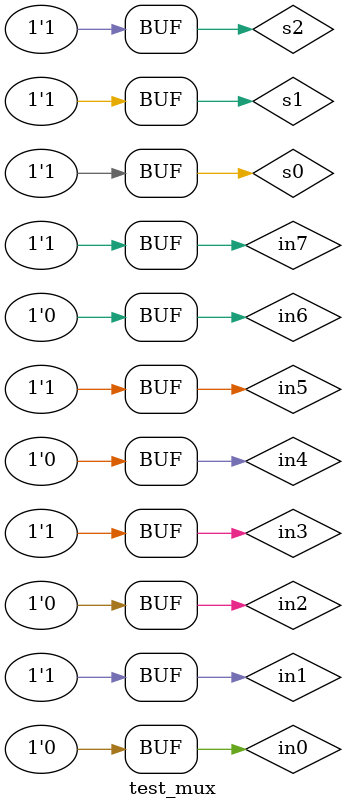
<source format=sv>
`timescale 1ns / 1ps


module test_mux();
logic y;
logic in7,in6,in5,in4,in3,in2,in1,in0,s2,s1,s0;
   // instantiate device under test
   mux8to1 dut(y,in7,in6,in5,in4,in3,in2,in1,in0,s2,s1,s0);
   initial begin
   in7 = 1; in6 = 0; in5 = 1; in4 = 0; in3 = 1; in2 = 0; in1 = 1; in0 = 0;
        s2 = 0; s1 = 0; s0 = 0; #10;
        s0 = 1; #10;
        s1 = 1; s0 = 0; #10;
        s0 = 1; #10;
        s2 = 1; s1 = 0; s0 = 0; #10;
        s0 = 1; #10;
        s1 = 1; s0 = 0; #10;
        s0 = 1; #10;
   end
endmodule

</source>
